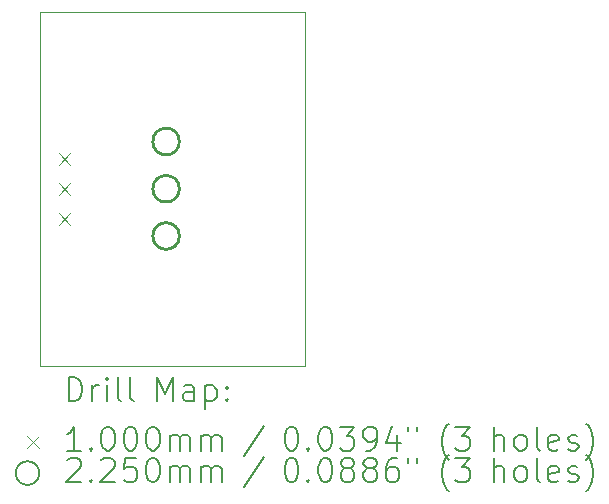
<source format=gbr>
%TF.GenerationSoftware,KiCad,Pcbnew,(7.0.0-0)*%
%TF.CreationDate,2023-05-15T11:59:24-04:00*%
%TF.ProjectId,4dapter-N64Board-KiCad,34646170-7465-4722-9d4e-3634426f6172,rev?*%
%TF.SameCoordinates,Original*%
%TF.FileFunction,Drillmap*%
%TF.FilePolarity,Positive*%
%FSLAX45Y45*%
G04 Gerber Fmt 4.5, Leading zero omitted, Abs format (unit mm)*
G04 Created by KiCad (PCBNEW (7.0.0-0)) date 2023-05-15 11:59:24*
%MOMM*%
%LPD*%
G01*
G04 APERTURE LIST*
%ADD10C,0.050000*%
%ADD11C,0.200000*%
%ADD12C,0.100000*%
%ADD13C,0.225000*%
G04 APERTURE END LIST*
D10*
X14100000Y-5500000D02*
X14100000Y-8500000D01*
X11850000Y-5500000D02*
X11850000Y-8500000D01*
X14100000Y-8500000D02*
X11850000Y-8500000D01*
X11850000Y-5500000D02*
X14100000Y-5500000D01*
D11*
D12*
X12010750Y-6697500D02*
X12110750Y-6797500D01*
X12110750Y-6697500D02*
X12010750Y-6797500D01*
X12010750Y-6951500D02*
X12110750Y-7051500D01*
X12110750Y-6951500D02*
X12010750Y-7051500D01*
X12010750Y-7205500D02*
X12110750Y-7305500D01*
X12110750Y-7205500D02*
X12010750Y-7305500D01*
D13*
X13033500Y-6599000D02*
G75*
G03*
X13033500Y-6599000I-112500J0D01*
G01*
X13033500Y-6999000D02*
G75*
G03*
X13033500Y-6999000I-112500J0D01*
G01*
X13033500Y-7399000D02*
G75*
G03*
X13033500Y-7399000I-112500J0D01*
G01*
D11*
X12095119Y-8795976D02*
X12095119Y-8595976D01*
X12095119Y-8595976D02*
X12142738Y-8595976D01*
X12142738Y-8595976D02*
X12171309Y-8605500D01*
X12171309Y-8605500D02*
X12190357Y-8624548D01*
X12190357Y-8624548D02*
X12199881Y-8643595D01*
X12199881Y-8643595D02*
X12209405Y-8681690D01*
X12209405Y-8681690D02*
X12209405Y-8710262D01*
X12209405Y-8710262D02*
X12199881Y-8748357D01*
X12199881Y-8748357D02*
X12190357Y-8767405D01*
X12190357Y-8767405D02*
X12171309Y-8786452D01*
X12171309Y-8786452D02*
X12142738Y-8795976D01*
X12142738Y-8795976D02*
X12095119Y-8795976D01*
X12295119Y-8795976D02*
X12295119Y-8662643D01*
X12295119Y-8700738D02*
X12304643Y-8681690D01*
X12304643Y-8681690D02*
X12314167Y-8672167D01*
X12314167Y-8672167D02*
X12333214Y-8662643D01*
X12333214Y-8662643D02*
X12352262Y-8662643D01*
X12418928Y-8795976D02*
X12418928Y-8662643D01*
X12418928Y-8595976D02*
X12409405Y-8605500D01*
X12409405Y-8605500D02*
X12418928Y-8615024D01*
X12418928Y-8615024D02*
X12428452Y-8605500D01*
X12428452Y-8605500D02*
X12418928Y-8595976D01*
X12418928Y-8595976D02*
X12418928Y-8615024D01*
X12542738Y-8795976D02*
X12523690Y-8786452D01*
X12523690Y-8786452D02*
X12514167Y-8767405D01*
X12514167Y-8767405D02*
X12514167Y-8595976D01*
X12647500Y-8795976D02*
X12628452Y-8786452D01*
X12628452Y-8786452D02*
X12618928Y-8767405D01*
X12618928Y-8767405D02*
X12618928Y-8595976D01*
X12843690Y-8795976D02*
X12843690Y-8595976D01*
X12843690Y-8595976D02*
X12910357Y-8738833D01*
X12910357Y-8738833D02*
X12977024Y-8595976D01*
X12977024Y-8595976D02*
X12977024Y-8795976D01*
X13157976Y-8795976D02*
X13157976Y-8691214D01*
X13157976Y-8691214D02*
X13148452Y-8672167D01*
X13148452Y-8672167D02*
X13129405Y-8662643D01*
X13129405Y-8662643D02*
X13091309Y-8662643D01*
X13091309Y-8662643D02*
X13072262Y-8672167D01*
X13157976Y-8786452D02*
X13138928Y-8795976D01*
X13138928Y-8795976D02*
X13091309Y-8795976D01*
X13091309Y-8795976D02*
X13072262Y-8786452D01*
X13072262Y-8786452D02*
X13062738Y-8767405D01*
X13062738Y-8767405D02*
X13062738Y-8748357D01*
X13062738Y-8748357D02*
X13072262Y-8729310D01*
X13072262Y-8729310D02*
X13091309Y-8719786D01*
X13091309Y-8719786D02*
X13138928Y-8719786D01*
X13138928Y-8719786D02*
X13157976Y-8710262D01*
X13253214Y-8662643D02*
X13253214Y-8862643D01*
X13253214Y-8672167D02*
X13272262Y-8662643D01*
X13272262Y-8662643D02*
X13310357Y-8662643D01*
X13310357Y-8662643D02*
X13329405Y-8672167D01*
X13329405Y-8672167D02*
X13338928Y-8681690D01*
X13338928Y-8681690D02*
X13348452Y-8700738D01*
X13348452Y-8700738D02*
X13348452Y-8757881D01*
X13348452Y-8757881D02*
X13338928Y-8776929D01*
X13338928Y-8776929D02*
X13329405Y-8786452D01*
X13329405Y-8786452D02*
X13310357Y-8795976D01*
X13310357Y-8795976D02*
X13272262Y-8795976D01*
X13272262Y-8795976D02*
X13253214Y-8786452D01*
X13434167Y-8776929D02*
X13443690Y-8786452D01*
X13443690Y-8786452D02*
X13434167Y-8795976D01*
X13434167Y-8795976D02*
X13424643Y-8786452D01*
X13424643Y-8786452D02*
X13434167Y-8776929D01*
X13434167Y-8776929D02*
X13434167Y-8795976D01*
X13434167Y-8672167D02*
X13443690Y-8681690D01*
X13443690Y-8681690D02*
X13434167Y-8691214D01*
X13434167Y-8691214D02*
X13424643Y-8681690D01*
X13424643Y-8681690D02*
X13434167Y-8672167D01*
X13434167Y-8672167D02*
X13434167Y-8691214D01*
D12*
X11747500Y-9092500D02*
X11847500Y-9192500D01*
X11847500Y-9092500D02*
X11747500Y-9192500D01*
D11*
X12199881Y-9215976D02*
X12085595Y-9215976D01*
X12142738Y-9215976D02*
X12142738Y-9015976D01*
X12142738Y-9015976D02*
X12123690Y-9044548D01*
X12123690Y-9044548D02*
X12104643Y-9063595D01*
X12104643Y-9063595D02*
X12085595Y-9073119D01*
X12285595Y-9196929D02*
X12295119Y-9206452D01*
X12295119Y-9206452D02*
X12285595Y-9215976D01*
X12285595Y-9215976D02*
X12276071Y-9206452D01*
X12276071Y-9206452D02*
X12285595Y-9196929D01*
X12285595Y-9196929D02*
X12285595Y-9215976D01*
X12418928Y-9015976D02*
X12437976Y-9015976D01*
X12437976Y-9015976D02*
X12457024Y-9025500D01*
X12457024Y-9025500D02*
X12466548Y-9035024D01*
X12466548Y-9035024D02*
X12476071Y-9054071D01*
X12476071Y-9054071D02*
X12485595Y-9092167D01*
X12485595Y-9092167D02*
X12485595Y-9139786D01*
X12485595Y-9139786D02*
X12476071Y-9177881D01*
X12476071Y-9177881D02*
X12466548Y-9196929D01*
X12466548Y-9196929D02*
X12457024Y-9206452D01*
X12457024Y-9206452D02*
X12437976Y-9215976D01*
X12437976Y-9215976D02*
X12418928Y-9215976D01*
X12418928Y-9215976D02*
X12399881Y-9206452D01*
X12399881Y-9206452D02*
X12390357Y-9196929D01*
X12390357Y-9196929D02*
X12380833Y-9177881D01*
X12380833Y-9177881D02*
X12371309Y-9139786D01*
X12371309Y-9139786D02*
X12371309Y-9092167D01*
X12371309Y-9092167D02*
X12380833Y-9054071D01*
X12380833Y-9054071D02*
X12390357Y-9035024D01*
X12390357Y-9035024D02*
X12399881Y-9025500D01*
X12399881Y-9025500D02*
X12418928Y-9015976D01*
X12609405Y-9015976D02*
X12628452Y-9015976D01*
X12628452Y-9015976D02*
X12647500Y-9025500D01*
X12647500Y-9025500D02*
X12657024Y-9035024D01*
X12657024Y-9035024D02*
X12666548Y-9054071D01*
X12666548Y-9054071D02*
X12676071Y-9092167D01*
X12676071Y-9092167D02*
X12676071Y-9139786D01*
X12676071Y-9139786D02*
X12666548Y-9177881D01*
X12666548Y-9177881D02*
X12657024Y-9196929D01*
X12657024Y-9196929D02*
X12647500Y-9206452D01*
X12647500Y-9206452D02*
X12628452Y-9215976D01*
X12628452Y-9215976D02*
X12609405Y-9215976D01*
X12609405Y-9215976D02*
X12590357Y-9206452D01*
X12590357Y-9206452D02*
X12580833Y-9196929D01*
X12580833Y-9196929D02*
X12571309Y-9177881D01*
X12571309Y-9177881D02*
X12561786Y-9139786D01*
X12561786Y-9139786D02*
X12561786Y-9092167D01*
X12561786Y-9092167D02*
X12571309Y-9054071D01*
X12571309Y-9054071D02*
X12580833Y-9035024D01*
X12580833Y-9035024D02*
X12590357Y-9025500D01*
X12590357Y-9025500D02*
X12609405Y-9015976D01*
X12799881Y-9015976D02*
X12818929Y-9015976D01*
X12818929Y-9015976D02*
X12837976Y-9025500D01*
X12837976Y-9025500D02*
X12847500Y-9035024D01*
X12847500Y-9035024D02*
X12857024Y-9054071D01*
X12857024Y-9054071D02*
X12866548Y-9092167D01*
X12866548Y-9092167D02*
X12866548Y-9139786D01*
X12866548Y-9139786D02*
X12857024Y-9177881D01*
X12857024Y-9177881D02*
X12847500Y-9196929D01*
X12847500Y-9196929D02*
X12837976Y-9206452D01*
X12837976Y-9206452D02*
X12818929Y-9215976D01*
X12818929Y-9215976D02*
X12799881Y-9215976D01*
X12799881Y-9215976D02*
X12780833Y-9206452D01*
X12780833Y-9206452D02*
X12771309Y-9196929D01*
X12771309Y-9196929D02*
X12761786Y-9177881D01*
X12761786Y-9177881D02*
X12752262Y-9139786D01*
X12752262Y-9139786D02*
X12752262Y-9092167D01*
X12752262Y-9092167D02*
X12761786Y-9054071D01*
X12761786Y-9054071D02*
X12771309Y-9035024D01*
X12771309Y-9035024D02*
X12780833Y-9025500D01*
X12780833Y-9025500D02*
X12799881Y-9015976D01*
X12952262Y-9215976D02*
X12952262Y-9082643D01*
X12952262Y-9101690D02*
X12961786Y-9092167D01*
X12961786Y-9092167D02*
X12980833Y-9082643D01*
X12980833Y-9082643D02*
X13009405Y-9082643D01*
X13009405Y-9082643D02*
X13028452Y-9092167D01*
X13028452Y-9092167D02*
X13037976Y-9111214D01*
X13037976Y-9111214D02*
X13037976Y-9215976D01*
X13037976Y-9111214D02*
X13047500Y-9092167D01*
X13047500Y-9092167D02*
X13066548Y-9082643D01*
X13066548Y-9082643D02*
X13095119Y-9082643D01*
X13095119Y-9082643D02*
X13114167Y-9092167D01*
X13114167Y-9092167D02*
X13123690Y-9111214D01*
X13123690Y-9111214D02*
X13123690Y-9215976D01*
X13218929Y-9215976D02*
X13218929Y-9082643D01*
X13218929Y-9101690D02*
X13228452Y-9092167D01*
X13228452Y-9092167D02*
X13247500Y-9082643D01*
X13247500Y-9082643D02*
X13276071Y-9082643D01*
X13276071Y-9082643D02*
X13295119Y-9092167D01*
X13295119Y-9092167D02*
X13304643Y-9111214D01*
X13304643Y-9111214D02*
X13304643Y-9215976D01*
X13304643Y-9111214D02*
X13314167Y-9092167D01*
X13314167Y-9092167D02*
X13333214Y-9082643D01*
X13333214Y-9082643D02*
X13361786Y-9082643D01*
X13361786Y-9082643D02*
X13380833Y-9092167D01*
X13380833Y-9092167D02*
X13390357Y-9111214D01*
X13390357Y-9111214D02*
X13390357Y-9215976D01*
X13748452Y-9006452D02*
X13577024Y-9263595D01*
X13973214Y-9015976D02*
X13992262Y-9015976D01*
X13992262Y-9015976D02*
X14011310Y-9025500D01*
X14011310Y-9025500D02*
X14020833Y-9035024D01*
X14020833Y-9035024D02*
X14030357Y-9054071D01*
X14030357Y-9054071D02*
X14039881Y-9092167D01*
X14039881Y-9092167D02*
X14039881Y-9139786D01*
X14039881Y-9139786D02*
X14030357Y-9177881D01*
X14030357Y-9177881D02*
X14020833Y-9196929D01*
X14020833Y-9196929D02*
X14011310Y-9206452D01*
X14011310Y-9206452D02*
X13992262Y-9215976D01*
X13992262Y-9215976D02*
X13973214Y-9215976D01*
X13973214Y-9215976D02*
X13954167Y-9206452D01*
X13954167Y-9206452D02*
X13944643Y-9196929D01*
X13944643Y-9196929D02*
X13935119Y-9177881D01*
X13935119Y-9177881D02*
X13925595Y-9139786D01*
X13925595Y-9139786D02*
X13925595Y-9092167D01*
X13925595Y-9092167D02*
X13935119Y-9054071D01*
X13935119Y-9054071D02*
X13944643Y-9035024D01*
X13944643Y-9035024D02*
X13954167Y-9025500D01*
X13954167Y-9025500D02*
X13973214Y-9015976D01*
X14125595Y-9196929D02*
X14135119Y-9206452D01*
X14135119Y-9206452D02*
X14125595Y-9215976D01*
X14125595Y-9215976D02*
X14116071Y-9206452D01*
X14116071Y-9206452D02*
X14125595Y-9196929D01*
X14125595Y-9196929D02*
X14125595Y-9215976D01*
X14258929Y-9015976D02*
X14277976Y-9015976D01*
X14277976Y-9015976D02*
X14297024Y-9025500D01*
X14297024Y-9025500D02*
X14306548Y-9035024D01*
X14306548Y-9035024D02*
X14316071Y-9054071D01*
X14316071Y-9054071D02*
X14325595Y-9092167D01*
X14325595Y-9092167D02*
X14325595Y-9139786D01*
X14325595Y-9139786D02*
X14316071Y-9177881D01*
X14316071Y-9177881D02*
X14306548Y-9196929D01*
X14306548Y-9196929D02*
X14297024Y-9206452D01*
X14297024Y-9206452D02*
X14277976Y-9215976D01*
X14277976Y-9215976D02*
X14258929Y-9215976D01*
X14258929Y-9215976D02*
X14239881Y-9206452D01*
X14239881Y-9206452D02*
X14230357Y-9196929D01*
X14230357Y-9196929D02*
X14220833Y-9177881D01*
X14220833Y-9177881D02*
X14211310Y-9139786D01*
X14211310Y-9139786D02*
X14211310Y-9092167D01*
X14211310Y-9092167D02*
X14220833Y-9054071D01*
X14220833Y-9054071D02*
X14230357Y-9035024D01*
X14230357Y-9035024D02*
X14239881Y-9025500D01*
X14239881Y-9025500D02*
X14258929Y-9015976D01*
X14392262Y-9015976D02*
X14516071Y-9015976D01*
X14516071Y-9015976D02*
X14449405Y-9092167D01*
X14449405Y-9092167D02*
X14477976Y-9092167D01*
X14477976Y-9092167D02*
X14497024Y-9101690D01*
X14497024Y-9101690D02*
X14506548Y-9111214D01*
X14506548Y-9111214D02*
X14516071Y-9130262D01*
X14516071Y-9130262D02*
X14516071Y-9177881D01*
X14516071Y-9177881D02*
X14506548Y-9196929D01*
X14506548Y-9196929D02*
X14497024Y-9206452D01*
X14497024Y-9206452D02*
X14477976Y-9215976D01*
X14477976Y-9215976D02*
X14420833Y-9215976D01*
X14420833Y-9215976D02*
X14401786Y-9206452D01*
X14401786Y-9206452D02*
X14392262Y-9196929D01*
X14611310Y-9215976D02*
X14649405Y-9215976D01*
X14649405Y-9215976D02*
X14668452Y-9206452D01*
X14668452Y-9206452D02*
X14677976Y-9196929D01*
X14677976Y-9196929D02*
X14697024Y-9168357D01*
X14697024Y-9168357D02*
X14706548Y-9130262D01*
X14706548Y-9130262D02*
X14706548Y-9054071D01*
X14706548Y-9054071D02*
X14697024Y-9035024D01*
X14697024Y-9035024D02*
X14687500Y-9025500D01*
X14687500Y-9025500D02*
X14668452Y-9015976D01*
X14668452Y-9015976D02*
X14630357Y-9015976D01*
X14630357Y-9015976D02*
X14611310Y-9025500D01*
X14611310Y-9025500D02*
X14601786Y-9035024D01*
X14601786Y-9035024D02*
X14592262Y-9054071D01*
X14592262Y-9054071D02*
X14592262Y-9101690D01*
X14592262Y-9101690D02*
X14601786Y-9120738D01*
X14601786Y-9120738D02*
X14611310Y-9130262D01*
X14611310Y-9130262D02*
X14630357Y-9139786D01*
X14630357Y-9139786D02*
X14668452Y-9139786D01*
X14668452Y-9139786D02*
X14687500Y-9130262D01*
X14687500Y-9130262D02*
X14697024Y-9120738D01*
X14697024Y-9120738D02*
X14706548Y-9101690D01*
X14877976Y-9082643D02*
X14877976Y-9215976D01*
X14830357Y-9006452D02*
X14782738Y-9149310D01*
X14782738Y-9149310D02*
X14906548Y-9149310D01*
X14973214Y-9015976D02*
X14973214Y-9054071D01*
X15049405Y-9015976D02*
X15049405Y-9054071D01*
X15312262Y-9292167D02*
X15302738Y-9282643D01*
X15302738Y-9282643D02*
X15283691Y-9254071D01*
X15283691Y-9254071D02*
X15274167Y-9235024D01*
X15274167Y-9235024D02*
X15264643Y-9206452D01*
X15264643Y-9206452D02*
X15255119Y-9158833D01*
X15255119Y-9158833D02*
X15255119Y-9120738D01*
X15255119Y-9120738D02*
X15264643Y-9073119D01*
X15264643Y-9073119D02*
X15274167Y-9044548D01*
X15274167Y-9044548D02*
X15283691Y-9025500D01*
X15283691Y-9025500D02*
X15302738Y-8996929D01*
X15302738Y-8996929D02*
X15312262Y-8987405D01*
X15369405Y-9015976D02*
X15493214Y-9015976D01*
X15493214Y-9015976D02*
X15426548Y-9092167D01*
X15426548Y-9092167D02*
X15455119Y-9092167D01*
X15455119Y-9092167D02*
X15474167Y-9101690D01*
X15474167Y-9101690D02*
X15483691Y-9111214D01*
X15483691Y-9111214D02*
X15493214Y-9130262D01*
X15493214Y-9130262D02*
X15493214Y-9177881D01*
X15493214Y-9177881D02*
X15483691Y-9196929D01*
X15483691Y-9196929D02*
X15474167Y-9206452D01*
X15474167Y-9206452D02*
X15455119Y-9215976D01*
X15455119Y-9215976D02*
X15397976Y-9215976D01*
X15397976Y-9215976D02*
X15378929Y-9206452D01*
X15378929Y-9206452D02*
X15369405Y-9196929D01*
X15698929Y-9215976D02*
X15698929Y-9015976D01*
X15784643Y-9215976D02*
X15784643Y-9111214D01*
X15784643Y-9111214D02*
X15775119Y-9092167D01*
X15775119Y-9092167D02*
X15756072Y-9082643D01*
X15756072Y-9082643D02*
X15727500Y-9082643D01*
X15727500Y-9082643D02*
X15708452Y-9092167D01*
X15708452Y-9092167D02*
X15698929Y-9101690D01*
X15908452Y-9215976D02*
X15889405Y-9206452D01*
X15889405Y-9206452D02*
X15879881Y-9196929D01*
X15879881Y-9196929D02*
X15870357Y-9177881D01*
X15870357Y-9177881D02*
X15870357Y-9120738D01*
X15870357Y-9120738D02*
X15879881Y-9101690D01*
X15879881Y-9101690D02*
X15889405Y-9092167D01*
X15889405Y-9092167D02*
X15908452Y-9082643D01*
X15908452Y-9082643D02*
X15937024Y-9082643D01*
X15937024Y-9082643D02*
X15956072Y-9092167D01*
X15956072Y-9092167D02*
X15965595Y-9101690D01*
X15965595Y-9101690D02*
X15975119Y-9120738D01*
X15975119Y-9120738D02*
X15975119Y-9177881D01*
X15975119Y-9177881D02*
X15965595Y-9196929D01*
X15965595Y-9196929D02*
X15956072Y-9206452D01*
X15956072Y-9206452D02*
X15937024Y-9215976D01*
X15937024Y-9215976D02*
X15908452Y-9215976D01*
X16089405Y-9215976D02*
X16070357Y-9206452D01*
X16070357Y-9206452D02*
X16060833Y-9187405D01*
X16060833Y-9187405D02*
X16060833Y-9015976D01*
X16241786Y-9206452D02*
X16222738Y-9215976D01*
X16222738Y-9215976D02*
X16184643Y-9215976D01*
X16184643Y-9215976D02*
X16165595Y-9206452D01*
X16165595Y-9206452D02*
X16156072Y-9187405D01*
X16156072Y-9187405D02*
X16156072Y-9111214D01*
X16156072Y-9111214D02*
X16165595Y-9092167D01*
X16165595Y-9092167D02*
X16184643Y-9082643D01*
X16184643Y-9082643D02*
X16222738Y-9082643D01*
X16222738Y-9082643D02*
X16241786Y-9092167D01*
X16241786Y-9092167D02*
X16251310Y-9111214D01*
X16251310Y-9111214D02*
X16251310Y-9130262D01*
X16251310Y-9130262D02*
X16156072Y-9149310D01*
X16327500Y-9206452D02*
X16346548Y-9215976D01*
X16346548Y-9215976D02*
X16384643Y-9215976D01*
X16384643Y-9215976D02*
X16403691Y-9206452D01*
X16403691Y-9206452D02*
X16413214Y-9187405D01*
X16413214Y-9187405D02*
X16413214Y-9177881D01*
X16413214Y-9177881D02*
X16403691Y-9158833D01*
X16403691Y-9158833D02*
X16384643Y-9149310D01*
X16384643Y-9149310D02*
X16356072Y-9149310D01*
X16356072Y-9149310D02*
X16337024Y-9139786D01*
X16337024Y-9139786D02*
X16327500Y-9120738D01*
X16327500Y-9120738D02*
X16327500Y-9111214D01*
X16327500Y-9111214D02*
X16337024Y-9092167D01*
X16337024Y-9092167D02*
X16356072Y-9082643D01*
X16356072Y-9082643D02*
X16384643Y-9082643D01*
X16384643Y-9082643D02*
X16403691Y-9092167D01*
X16479881Y-9292167D02*
X16489405Y-9282643D01*
X16489405Y-9282643D02*
X16508453Y-9254071D01*
X16508453Y-9254071D02*
X16517976Y-9235024D01*
X16517976Y-9235024D02*
X16527500Y-9206452D01*
X16527500Y-9206452D02*
X16537024Y-9158833D01*
X16537024Y-9158833D02*
X16537024Y-9120738D01*
X16537024Y-9120738D02*
X16527500Y-9073119D01*
X16527500Y-9073119D02*
X16517976Y-9044548D01*
X16517976Y-9044548D02*
X16508453Y-9025500D01*
X16508453Y-9025500D02*
X16489405Y-8996929D01*
X16489405Y-8996929D02*
X16479881Y-8987405D01*
X11847500Y-9406500D02*
G75*
G03*
X11847500Y-9406500I-100000J0D01*
G01*
X12085595Y-9299024D02*
X12095119Y-9289500D01*
X12095119Y-9289500D02*
X12114167Y-9279976D01*
X12114167Y-9279976D02*
X12161786Y-9279976D01*
X12161786Y-9279976D02*
X12180833Y-9289500D01*
X12180833Y-9289500D02*
X12190357Y-9299024D01*
X12190357Y-9299024D02*
X12199881Y-9318071D01*
X12199881Y-9318071D02*
X12199881Y-9337119D01*
X12199881Y-9337119D02*
X12190357Y-9365690D01*
X12190357Y-9365690D02*
X12076071Y-9479976D01*
X12076071Y-9479976D02*
X12199881Y-9479976D01*
X12285595Y-9460929D02*
X12295119Y-9470452D01*
X12295119Y-9470452D02*
X12285595Y-9479976D01*
X12285595Y-9479976D02*
X12276071Y-9470452D01*
X12276071Y-9470452D02*
X12285595Y-9460929D01*
X12285595Y-9460929D02*
X12285595Y-9479976D01*
X12371309Y-9299024D02*
X12380833Y-9289500D01*
X12380833Y-9289500D02*
X12399881Y-9279976D01*
X12399881Y-9279976D02*
X12447500Y-9279976D01*
X12447500Y-9279976D02*
X12466548Y-9289500D01*
X12466548Y-9289500D02*
X12476071Y-9299024D01*
X12476071Y-9299024D02*
X12485595Y-9318071D01*
X12485595Y-9318071D02*
X12485595Y-9337119D01*
X12485595Y-9337119D02*
X12476071Y-9365690D01*
X12476071Y-9365690D02*
X12361786Y-9479976D01*
X12361786Y-9479976D02*
X12485595Y-9479976D01*
X12666548Y-9279976D02*
X12571309Y-9279976D01*
X12571309Y-9279976D02*
X12561786Y-9375214D01*
X12561786Y-9375214D02*
X12571309Y-9365690D01*
X12571309Y-9365690D02*
X12590357Y-9356167D01*
X12590357Y-9356167D02*
X12637976Y-9356167D01*
X12637976Y-9356167D02*
X12657024Y-9365690D01*
X12657024Y-9365690D02*
X12666548Y-9375214D01*
X12666548Y-9375214D02*
X12676071Y-9394262D01*
X12676071Y-9394262D02*
X12676071Y-9441881D01*
X12676071Y-9441881D02*
X12666548Y-9460929D01*
X12666548Y-9460929D02*
X12657024Y-9470452D01*
X12657024Y-9470452D02*
X12637976Y-9479976D01*
X12637976Y-9479976D02*
X12590357Y-9479976D01*
X12590357Y-9479976D02*
X12571309Y-9470452D01*
X12571309Y-9470452D02*
X12561786Y-9460929D01*
X12799881Y-9279976D02*
X12818929Y-9279976D01*
X12818929Y-9279976D02*
X12837976Y-9289500D01*
X12837976Y-9289500D02*
X12847500Y-9299024D01*
X12847500Y-9299024D02*
X12857024Y-9318071D01*
X12857024Y-9318071D02*
X12866548Y-9356167D01*
X12866548Y-9356167D02*
X12866548Y-9403786D01*
X12866548Y-9403786D02*
X12857024Y-9441881D01*
X12857024Y-9441881D02*
X12847500Y-9460929D01*
X12847500Y-9460929D02*
X12837976Y-9470452D01*
X12837976Y-9470452D02*
X12818929Y-9479976D01*
X12818929Y-9479976D02*
X12799881Y-9479976D01*
X12799881Y-9479976D02*
X12780833Y-9470452D01*
X12780833Y-9470452D02*
X12771309Y-9460929D01*
X12771309Y-9460929D02*
X12761786Y-9441881D01*
X12761786Y-9441881D02*
X12752262Y-9403786D01*
X12752262Y-9403786D02*
X12752262Y-9356167D01*
X12752262Y-9356167D02*
X12761786Y-9318071D01*
X12761786Y-9318071D02*
X12771309Y-9299024D01*
X12771309Y-9299024D02*
X12780833Y-9289500D01*
X12780833Y-9289500D02*
X12799881Y-9279976D01*
X12952262Y-9479976D02*
X12952262Y-9346643D01*
X12952262Y-9365690D02*
X12961786Y-9356167D01*
X12961786Y-9356167D02*
X12980833Y-9346643D01*
X12980833Y-9346643D02*
X13009405Y-9346643D01*
X13009405Y-9346643D02*
X13028452Y-9356167D01*
X13028452Y-9356167D02*
X13037976Y-9375214D01*
X13037976Y-9375214D02*
X13037976Y-9479976D01*
X13037976Y-9375214D02*
X13047500Y-9356167D01*
X13047500Y-9356167D02*
X13066548Y-9346643D01*
X13066548Y-9346643D02*
X13095119Y-9346643D01*
X13095119Y-9346643D02*
X13114167Y-9356167D01*
X13114167Y-9356167D02*
X13123690Y-9375214D01*
X13123690Y-9375214D02*
X13123690Y-9479976D01*
X13218929Y-9479976D02*
X13218929Y-9346643D01*
X13218929Y-9365690D02*
X13228452Y-9356167D01*
X13228452Y-9356167D02*
X13247500Y-9346643D01*
X13247500Y-9346643D02*
X13276071Y-9346643D01*
X13276071Y-9346643D02*
X13295119Y-9356167D01*
X13295119Y-9356167D02*
X13304643Y-9375214D01*
X13304643Y-9375214D02*
X13304643Y-9479976D01*
X13304643Y-9375214D02*
X13314167Y-9356167D01*
X13314167Y-9356167D02*
X13333214Y-9346643D01*
X13333214Y-9346643D02*
X13361786Y-9346643D01*
X13361786Y-9346643D02*
X13380833Y-9356167D01*
X13380833Y-9356167D02*
X13390357Y-9375214D01*
X13390357Y-9375214D02*
X13390357Y-9479976D01*
X13748452Y-9270452D02*
X13577024Y-9527595D01*
X13973214Y-9279976D02*
X13992262Y-9279976D01*
X13992262Y-9279976D02*
X14011310Y-9289500D01*
X14011310Y-9289500D02*
X14020833Y-9299024D01*
X14020833Y-9299024D02*
X14030357Y-9318071D01*
X14030357Y-9318071D02*
X14039881Y-9356167D01*
X14039881Y-9356167D02*
X14039881Y-9403786D01*
X14039881Y-9403786D02*
X14030357Y-9441881D01*
X14030357Y-9441881D02*
X14020833Y-9460929D01*
X14020833Y-9460929D02*
X14011310Y-9470452D01*
X14011310Y-9470452D02*
X13992262Y-9479976D01*
X13992262Y-9479976D02*
X13973214Y-9479976D01*
X13973214Y-9479976D02*
X13954167Y-9470452D01*
X13954167Y-9470452D02*
X13944643Y-9460929D01*
X13944643Y-9460929D02*
X13935119Y-9441881D01*
X13935119Y-9441881D02*
X13925595Y-9403786D01*
X13925595Y-9403786D02*
X13925595Y-9356167D01*
X13925595Y-9356167D02*
X13935119Y-9318071D01*
X13935119Y-9318071D02*
X13944643Y-9299024D01*
X13944643Y-9299024D02*
X13954167Y-9289500D01*
X13954167Y-9289500D02*
X13973214Y-9279976D01*
X14125595Y-9460929D02*
X14135119Y-9470452D01*
X14135119Y-9470452D02*
X14125595Y-9479976D01*
X14125595Y-9479976D02*
X14116071Y-9470452D01*
X14116071Y-9470452D02*
X14125595Y-9460929D01*
X14125595Y-9460929D02*
X14125595Y-9479976D01*
X14258929Y-9279976D02*
X14277976Y-9279976D01*
X14277976Y-9279976D02*
X14297024Y-9289500D01*
X14297024Y-9289500D02*
X14306548Y-9299024D01*
X14306548Y-9299024D02*
X14316071Y-9318071D01*
X14316071Y-9318071D02*
X14325595Y-9356167D01*
X14325595Y-9356167D02*
X14325595Y-9403786D01*
X14325595Y-9403786D02*
X14316071Y-9441881D01*
X14316071Y-9441881D02*
X14306548Y-9460929D01*
X14306548Y-9460929D02*
X14297024Y-9470452D01*
X14297024Y-9470452D02*
X14277976Y-9479976D01*
X14277976Y-9479976D02*
X14258929Y-9479976D01*
X14258929Y-9479976D02*
X14239881Y-9470452D01*
X14239881Y-9470452D02*
X14230357Y-9460929D01*
X14230357Y-9460929D02*
X14220833Y-9441881D01*
X14220833Y-9441881D02*
X14211310Y-9403786D01*
X14211310Y-9403786D02*
X14211310Y-9356167D01*
X14211310Y-9356167D02*
X14220833Y-9318071D01*
X14220833Y-9318071D02*
X14230357Y-9299024D01*
X14230357Y-9299024D02*
X14239881Y-9289500D01*
X14239881Y-9289500D02*
X14258929Y-9279976D01*
X14439881Y-9365690D02*
X14420833Y-9356167D01*
X14420833Y-9356167D02*
X14411310Y-9346643D01*
X14411310Y-9346643D02*
X14401786Y-9327595D01*
X14401786Y-9327595D02*
X14401786Y-9318071D01*
X14401786Y-9318071D02*
X14411310Y-9299024D01*
X14411310Y-9299024D02*
X14420833Y-9289500D01*
X14420833Y-9289500D02*
X14439881Y-9279976D01*
X14439881Y-9279976D02*
X14477976Y-9279976D01*
X14477976Y-9279976D02*
X14497024Y-9289500D01*
X14497024Y-9289500D02*
X14506548Y-9299024D01*
X14506548Y-9299024D02*
X14516071Y-9318071D01*
X14516071Y-9318071D02*
X14516071Y-9327595D01*
X14516071Y-9327595D02*
X14506548Y-9346643D01*
X14506548Y-9346643D02*
X14497024Y-9356167D01*
X14497024Y-9356167D02*
X14477976Y-9365690D01*
X14477976Y-9365690D02*
X14439881Y-9365690D01*
X14439881Y-9365690D02*
X14420833Y-9375214D01*
X14420833Y-9375214D02*
X14411310Y-9384738D01*
X14411310Y-9384738D02*
X14401786Y-9403786D01*
X14401786Y-9403786D02*
X14401786Y-9441881D01*
X14401786Y-9441881D02*
X14411310Y-9460929D01*
X14411310Y-9460929D02*
X14420833Y-9470452D01*
X14420833Y-9470452D02*
X14439881Y-9479976D01*
X14439881Y-9479976D02*
X14477976Y-9479976D01*
X14477976Y-9479976D02*
X14497024Y-9470452D01*
X14497024Y-9470452D02*
X14506548Y-9460929D01*
X14506548Y-9460929D02*
X14516071Y-9441881D01*
X14516071Y-9441881D02*
X14516071Y-9403786D01*
X14516071Y-9403786D02*
X14506548Y-9384738D01*
X14506548Y-9384738D02*
X14497024Y-9375214D01*
X14497024Y-9375214D02*
X14477976Y-9365690D01*
X14630357Y-9365690D02*
X14611310Y-9356167D01*
X14611310Y-9356167D02*
X14601786Y-9346643D01*
X14601786Y-9346643D02*
X14592262Y-9327595D01*
X14592262Y-9327595D02*
X14592262Y-9318071D01*
X14592262Y-9318071D02*
X14601786Y-9299024D01*
X14601786Y-9299024D02*
X14611310Y-9289500D01*
X14611310Y-9289500D02*
X14630357Y-9279976D01*
X14630357Y-9279976D02*
X14668452Y-9279976D01*
X14668452Y-9279976D02*
X14687500Y-9289500D01*
X14687500Y-9289500D02*
X14697024Y-9299024D01*
X14697024Y-9299024D02*
X14706548Y-9318071D01*
X14706548Y-9318071D02*
X14706548Y-9327595D01*
X14706548Y-9327595D02*
X14697024Y-9346643D01*
X14697024Y-9346643D02*
X14687500Y-9356167D01*
X14687500Y-9356167D02*
X14668452Y-9365690D01*
X14668452Y-9365690D02*
X14630357Y-9365690D01*
X14630357Y-9365690D02*
X14611310Y-9375214D01*
X14611310Y-9375214D02*
X14601786Y-9384738D01*
X14601786Y-9384738D02*
X14592262Y-9403786D01*
X14592262Y-9403786D02*
X14592262Y-9441881D01*
X14592262Y-9441881D02*
X14601786Y-9460929D01*
X14601786Y-9460929D02*
X14611310Y-9470452D01*
X14611310Y-9470452D02*
X14630357Y-9479976D01*
X14630357Y-9479976D02*
X14668452Y-9479976D01*
X14668452Y-9479976D02*
X14687500Y-9470452D01*
X14687500Y-9470452D02*
X14697024Y-9460929D01*
X14697024Y-9460929D02*
X14706548Y-9441881D01*
X14706548Y-9441881D02*
X14706548Y-9403786D01*
X14706548Y-9403786D02*
X14697024Y-9384738D01*
X14697024Y-9384738D02*
X14687500Y-9375214D01*
X14687500Y-9375214D02*
X14668452Y-9365690D01*
X14877976Y-9279976D02*
X14839881Y-9279976D01*
X14839881Y-9279976D02*
X14820833Y-9289500D01*
X14820833Y-9289500D02*
X14811310Y-9299024D01*
X14811310Y-9299024D02*
X14792262Y-9327595D01*
X14792262Y-9327595D02*
X14782738Y-9365690D01*
X14782738Y-9365690D02*
X14782738Y-9441881D01*
X14782738Y-9441881D02*
X14792262Y-9460929D01*
X14792262Y-9460929D02*
X14801786Y-9470452D01*
X14801786Y-9470452D02*
X14820833Y-9479976D01*
X14820833Y-9479976D02*
X14858929Y-9479976D01*
X14858929Y-9479976D02*
X14877976Y-9470452D01*
X14877976Y-9470452D02*
X14887500Y-9460929D01*
X14887500Y-9460929D02*
X14897024Y-9441881D01*
X14897024Y-9441881D02*
X14897024Y-9394262D01*
X14897024Y-9394262D02*
X14887500Y-9375214D01*
X14887500Y-9375214D02*
X14877976Y-9365690D01*
X14877976Y-9365690D02*
X14858929Y-9356167D01*
X14858929Y-9356167D02*
X14820833Y-9356167D01*
X14820833Y-9356167D02*
X14801786Y-9365690D01*
X14801786Y-9365690D02*
X14792262Y-9375214D01*
X14792262Y-9375214D02*
X14782738Y-9394262D01*
X14973214Y-9279976D02*
X14973214Y-9318071D01*
X15049405Y-9279976D02*
X15049405Y-9318071D01*
X15312262Y-9556167D02*
X15302738Y-9546643D01*
X15302738Y-9546643D02*
X15283691Y-9518071D01*
X15283691Y-9518071D02*
X15274167Y-9499024D01*
X15274167Y-9499024D02*
X15264643Y-9470452D01*
X15264643Y-9470452D02*
X15255119Y-9422833D01*
X15255119Y-9422833D02*
X15255119Y-9384738D01*
X15255119Y-9384738D02*
X15264643Y-9337119D01*
X15264643Y-9337119D02*
X15274167Y-9308548D01*
X15274167Y-9308548D02*
X15283691Y-9289500D01*
X15283691Y-9289500D02*
X15302738Y-9260929D01*
X15302738Y-9260929D02*
X15312262Y-9251405D01*
X15369405Y-9279976D02*
X15493214Y-9279976D01*
X15493214Y-9279976D02*
X15426548Y-9356167D01*
X15426548Y-9356167D02*
X15455119Y-9356167D01*
X15455119Y-9356167D02*
X15474167Y-9365690D01*
X15474167Y-9365690D02*
X15483691Y-9375214D01*
X15483691Y-9375214D02*
X15493214Y-9394262D01*
X15493214Y-9394262D02*
X15493214Y-9441881D01*
X15493214Y-9441881D02*
X15483691Y-9460929D01*
X15483691Y-9460929D02*
X15474167Y-9470452D01*
X15474167Y-9470452D02*
X15455119Y-9479976D01*
X15455119Y-9479976D02*
X15397976Y-9479976D01*
X15397976Y-9479976D02*
X15378929Y-9470452D01*
X15378929Y-9470452D02*
X15369405Y-9460929D01*
X15698929Y-9479976D02*
X15698929Y-9279976D01*
X15784643Y-9479976D02*
X15784643Y-9375214D01*
X15784643Y-9375214D02*
X15775119Y-9356167D01*
X15775119Y-9356167D02*
X15756072Y-9346643D01*
X15756072Y-9346643D02*
X15727500Y-9346643D01*
X15727500Y-9346643D02*
X15708452Y-9356167D01*
X15708452Y-9356167D02*
X15698929Y-9365690D01*
X15908452Y-9479976D02*
X15889405Y-9470452D01*
X15889405Y-9470452D02*
X15879881Y-9460929D01*
X15879881Y-9460929D02*
X15870357Y-9441881D01*
X15870357Y-9441881D02*
X15870357Y-9384738D01*
X15870357Y-9384738D02*
X15879881Y-9365690D01*
X15879881Y-9365690D02*
X15889405Y-9356167D01*
X15889405Y-9356167D02*
X15908452Y-9346643D01*
X15908452Y-9346643D02*
X15937024Y-9346643D01*
X15937024Y-9346643D02*
X15956072Y-9356167D01*
X15956072Y-9356167D02*
X15965595Y-9365690D01*
X15965595Y-9365690D02*
X15975119Y-9384738D01*
X15975119Y-9384738D02*
X15975119Y-9441881D01*
X15975119Y-9441881D02*
X15965595Y-9460929D01*
X15965595Y-9460929D02*
X15956072Y-9470452D01*
X15956072Y-9470452D02*
X15937024Y-9479976D01*
X15937024Y-9479976D02*
X15908452Y-9479976D01*
X16089405Y-9479976D02*
X16070357Y-9470452D01*
X16070357Y-9470452D02*
X16060833Y-9451405D01*
X16060833Y-9451405D02*
X16060833Y-9279976D01*
X16241786Y-9470452D02*
X16222738Y-9479976D01*
X16222738Y-9479976D02*
X16184643Y-9479976D01*
X16184643Y-9479976D02*
X16165595Y-9470452D01*
X16165595Y-9470452D02*
X16156072Y-9451405D01*
X16156072Y-9451405D02*
X16156072Y-9375214D01*
X16156072Y-9375214D02*
X16165595Y-9356167D01*
X16165595Y-9356167D02*
X16184643Y-9346643D01*
X16184643Y-9346643D02*
X16222738Y-9346643D01*
X16222738Y-9346643D02*
X16241786Y-9356167D01*
X16241786Y-9356167D02*
X16251310Y-9375214D01*
X16251310Y-9375214D02*
X16251310Y-9394262D01*
X16251310Y-9394262D02*
X16156072Y-9413310D01*
X16327500Y-9470452D02*
X16346548Y-9479976D01*
X16346548Y-9479976D02*
X16384643Y-9479976D01*
X16384643Y-9479976D02*
X16403691Y-9470452D01*
X16403691Y-9470452D02*
X16413214Y-9451405D01*
X16413214Y-9451405D02*
X16413214Y-9441881D01*
X16413214Y-9441881D02*
X16403691Y-9422833D01*
X16403691Y-9422833D02*
X16384643Y-9413310D01*
X16384643Y-9413310D02*
X16356072Y-9413310D01*
X16356072Y-9413310D02*
X16337024Y-9403786D01*
X16337024Y-9403786D02*
X16327500Y-9384738D01*
X16327500Y-9384738D02*
X16327500Y-9375214D01*
X16327500Y-9375214D02*
X16337024Y-9356167D01*
X16337024Y-9356167D02*
X16356072Y-9346643D01*
X16356072Y-9346643D02*
X16384643Y-9346643D01*
X16384643Y-9346643D02*
X16403691Y-9356167D01*
X16479881Y-9556167D02*
X16489405Y-9546643D01*
X16489405Y-9546643D02*
X16508453Y-9518071D01*
X16508453Y-9518071D02*
X16517976Y-9499024D01*
X16517976Y-9499024D02*
X16527500Y-9470452D01*
X16527500Y-9470452D02*
X16537024Y-9422833D01*
X16537024Y-9422833D02*
X16537024Y-9384738D01*
X16537024Y-9384738D02*
X16527500Y-9337119D01*
X16527500Y-9337119D02*
X16517976Y-9308548D01*
X16517976Y-9308548D02*
X16508453Y-9289500D01*
X16508453Y-9289500D02*
X16489405Y-9260929D01*
X16489405Y-9260929D02*
X16479881Y-9251405D01*
M02*

</source>
